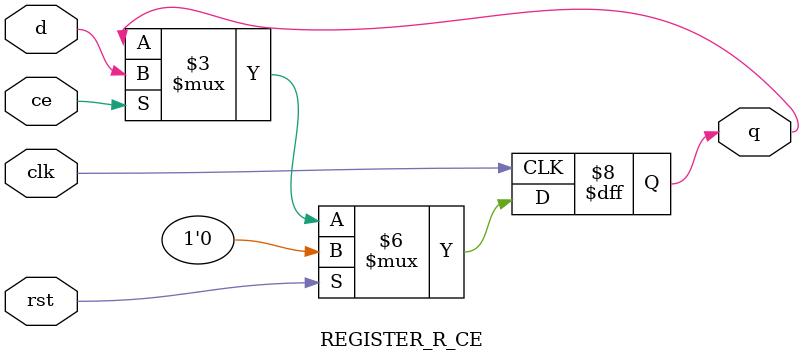
<source format=sv>
module REGISTER #(
    parameter N = 1
) (
    output reg [N-1:0] q,
    input [N-1:0] d,
    input clk
);
  initial q = {N{1'b0}};
  always @(posedge clk) q <= d;
endmodule  // REGISTER

// Register with clock enable
module REGISTER_CE #(
    parameter N = 1
) (
    output reg [N-1:0] q,
    input [N-1:0] d,
    input ce,
    input clk
);
  initial q = {N{1'b0}};
  always @(posedge clk) if (ce) q <= d;
endmodule  // REGISTER_CE

// Register with reset value
module REGISTER_R #(
    parameter N = 1,
    parameter INIT = {N{1'b0}}
) (
    output reg [N-1:0] q,
    input [N-1:0] d,
    input rst,
    input clk
);
  initial q = INIT;
  always @(posedge clk)
    if (rst) q <= INIT;
    else q <= d;
endmodule  // REGISTER_R

// Register with reset and clock enable
//  Reset works independently of clock enable
module REGISTER_R_CE #(
    parameter N = 1,
    parameter INIT = {N{1'b0}}
) (
    output reg [N-1:0] q,
    input [N-1:0] d,
    input rst,
    input ce,
    input clk
);
  initial q = INIT;
  always @(posedge clk)
    if (rst) q <= INIT;
    else if (ce) q <= d;
endmodule  // REGISTER_R_CE

</source>
